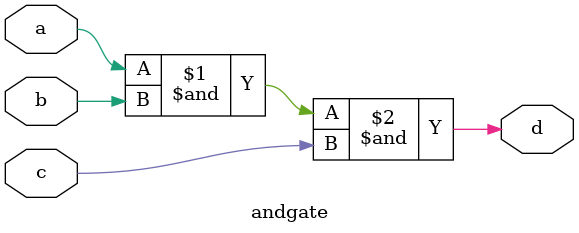
<source format=v>
`timescale 1ns / 1ps


module andgate(
a,b,c,d
    );
    
    input a,b,c;
    output d;
    
    assign d = a&b&c;
endmodule

</source>
